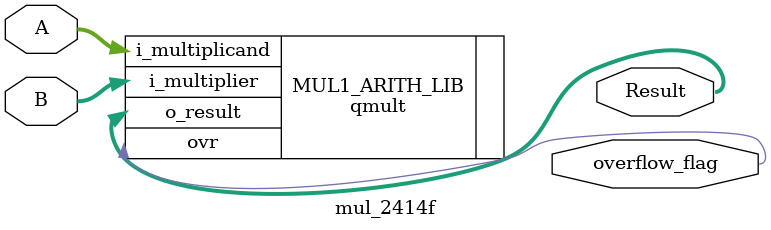
<source format=v>
module mul_2414f
(
input	wire 	[23:0]		A,B,
output	wire	[23:0]		Result,
output	wire				overflow_flag
);

qmult #(14,24) MUL1_ARITH_LIB(
		.i_multiplicand(A),
		.i_multiplier(B),
		.o_result(Result),
		.ovr(overflow_flag)
		);
		
endmodule
</source>
